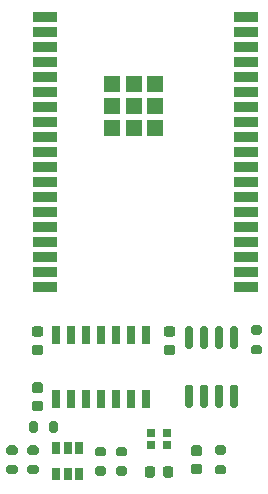
<source format=gbr>
%TF.GenerationSoftware,KiCad,Pcbnew,(5.1.10)-1*%
%TF.CreationDate,2021-07-24T14:48:27+02:00*%
%TF.ProjectId,esp32,65737033-322e-46b6-9963-61645f706362,rev?*%
%TF.SameCoordinates,Original*%
%TF.FileFunction,Paste,Top*%
%TF.FilePolarity,Positive*%
%FSLAX46Y46*%
G04 Gerber Fmt 4.6, Leading zero omitted, Abs format (unit mm)*
G04 Created by KiCad (PCBNEW (5.1.10)-1) date 2021-07-24 14:48:27*
%MOMM*%
%LPD*%
G01*
G04 APERTURE LIST*
%ADD10R,2.000000X0.900000*%
%ADD11R,1.330000X1.330000*%
%ADD12R,0.650000X1.500000*%
%ADD13R,0.750000X0.700000*%
%ADD14R,0.650000X1.060000*%
G04 APERTURE END LIST*
%TO.C,C2*%
G36*
G01*
X98608000Y-103636000D02*
X98608000Y-104136000D01*
G75*
G02*
X98383000Y-104361000I-225000J0D01*
G01*
X97933000Y-104361000D01*
G75*
G02*
X97708000Y-104136000I0J225000D01*
G01*
X97708000Y-103636000D01*
G75*
G02*
X97933000Y-103411000I225000J0D01*
G01*
X98383000Y-103411000D01*
G75*
G02*
X98608000Y-103636000I0J-225000D01*
G01*
G37*
G36*
G01*
X100158000Y-103636000D02*
X100158000Y-104136000D01*
G75*
G02*
X99933000Y-104361000I-225000J0D01*
G01*
X99483000Y-104361000D01*
G75*
G02*
X99258000Y-104136000I0J225000D01*
G01*
X99258000Y-103636000D01*
G75*
G02*
X99483000Y-103411000I225000J0D01*
G01*
X99933000Y-103411000D01*
G75*
G02*
X100158000Y-103636000I0J-225000D01*
G01*
G37*
%TD*%
%TO.C,C3*%
G36*
G01*
X101858000Y-101645000D02*
X102358000Y-101645000D01*
G75*
G02*
X102583000Y-101870000I0J-225000D01*
G01*
X102583000Y-102320000D01*
G75*
G02*
X102358000Y-102545000I-225000J0D01*
G01*
X101858000Y-102545000D01*
G75*
G02*
X101633000Y-102320000I0J225000D01*
G01*
X101633000Y-101870000D01*
G75*
G02*
X101858000Y-101645000I225000J0D01*
G01*
G37*
G36*
G01*
X101858000Y-103195000D02*
X102358000Y-103195000D01*
G75*
G02*
X102583000Y-103420000I0J-225000D01*
G01*
X102583000Y-103870000D01*
G75*
G02*
X102358000Y-104095000I-225000J0D01*
G01*
X101858000Y-104095000D01*
G75*
G02*
X101633000Y-103870000I0J225000D01*
G01*
X101633000Y-103420000D01*
G75*
G02*
X101858000Y-103195000I225000J0D01*
G01*
G37*
%TD*%
%TO.C,R1*%
G36*
G01*
X94255000Y-102572000D02*
X93705000Y-102572000D01*
G75*
G02*
X93505000Y-102372000I0J200000D01*
G01*
X93505000Y-101972000D01*
G75*
G02*
X93705000Y-101772000I200000J0D01*
G01*
X94255000Y-101772000D01*
G75*
G02*
X94455000Y-101972000I0J-200000D01*
G01*
X94455000Y-102372000D01*
G75*
G02*
X94255000Y-102572000I-200000J0D01*
G01*
G37*
G36*
G01*
X94255000Y-104222000D02*
X93705000Y-104222000D01*
G75*
G02*
X93505000Y-104022000I0J200000D01*
G01*
X93505000Y-103622000D01*
G75*
G02*
X93705000Y-103422000I200000J0D01*
G01*
X94255000Y-103422000D01*
G75*
G02*
X94455000Y-103622000I0J-200000D01*
G01*
X94455000Y-104022000D01*
G75*
G02*
X94255000Y-104222000I-200000J0D01*
G01*
G37*
%TD*%
%TO.C,R2*%
G36*
G01*
X88540000Y-104095000D02*
X87990000Y-104095000D01*
G75*
G02*
X87790000Y-103895000I0J200000D01*
G01*
X87790000Y-103495000D01*
G75*
G02*
X87990000Y-103295000I200000J0D01*
G01*
X88540000Y-103295000D01*
G75*
G02*
X88740000Y-103495000I0J-200000D01*
G01*
X88740000Y-103895000D01*
G75*
G02*
X88540000Y-104095000I-200000J0D01*
G01*
G37*
G36*
G01*
X88540000Y-102445000D02*
X87990000Y-102445000D01*
G75*
G02*
X87790000Y-102245000I0J200000D01*
G01*
X87790000Y-101845000D01*
G75*
G02*
X87990000Y-101645000I200000J0D01*
G01*
X88540000Y-101645000D01*
G75*
G02*
X88740000Y-101845000I0J-200000D01*
G01*
X88740000Y-102245000D01*
G75*
G02*
X88540000Y-102445000I-200000J0D01*
G01*
G37*
%TD*%
%TO.C,R3*%
G36*
G01*
X86212000Y-101645000D02*
X86762000Y-101645000D01*
G75*
G02*
X86962000Y-101845000I0J-200000D01*
G01*
X86962000Y-102245000D01*
G75*
G02*
X86762000Y-102445000I-200000J0D01*
G01*
X86212000Y-102445000D01*
G75*
G02*
X86012000Y-102245000I0J200000D01*
G01*
X86012000Y-101845000D01*
G75*
G02*
X86212000Y-101645000I200000J0D01*
G01*
G37*
G36*
G01*
X86212000Y-103295000D02*
X86762000Y-103295000D01*
G75*
G02*
X86962000Y-103495000I0J-200000D01*
G01*
X86962000Y-103895000D01*
G75*
G02*
X86762000Y-104095000I-200000J0D01*
G01*
X86212000Y-104095000D01*
G75*
G02*
X86012000Y-103895000I0J200000D01*
G01*
X86012000Y-103495000D01*
G75*
G02*
X86212000Y-103295000I200000J0D01*
G01*
G37*
%TD*%
%TO.C,R4*%
G36*
G01*
X95483000Y-103422000D02*
X96033000Y-103422000D01*
G75*
G02*
X96233000Y-103622000I0J-200000D01*
G01*
X96233000Y-104022000D01*
G75*
G02*
X96033000Y-104222000I-200000J0D01*
G01*
X95483000Y-104222000D01*
G75*
G02*
X95283000Y-104022000I0J200000D01*
G01*
X95283000Y-103622000D01*
G75*
G02*
X95483000Y-103422000I200000J0D01*
G01*
G37*
G36*
G01*
X95483000Y-101772000D02*
X96033000Y-101772000D01*
G75*
G02*
X96233000Y-101972000I0J-200000D01*
G01*
X96233000Y-102372000D01*
G75*
G02*
X96033000Y-102572000I-200000J0D01*
G01*
X95483000Y-102572000D01*
G75*
G02*
X95283000Y-102372000I0J200000D01*
G01*
X95283000Y-101972000D01*
G75*
G02*
X95483000Y-101772000I200000J0D01*
G01*
G37*
%TD*%
%TO.C,R5*%
G36*
G01*
X107463000Y-93935000D02*
X106913000Y-93935000D01*
G75*
G02*
X106713000Y-93735000I0J200000D01*
G01*
X106713000Y-93335000D01*
G75*
G02*
X106913000Y-93135000I200000J0D01*
G01*
X107463000Y-93135000D01*
G75*
G02*
X107663000Y-93335000I0J-200000D01*
G01*
X107663000Y-93735000D01*
G75*
G02*
X107463000Y-93935000I-200000J0D01*
G01*
G37*
G36*
G01*
X107463000Y-92285000D02*
X106913000Y-92285000D01*
G75*
G02*
X106713000Y-92085000I0J200000D01*
G01*
X106713000Y-91685000D01*
G75*
G02*
X106913000Y-91485000I200000J0D01*
G01*
X107463000Y-91485000D01*
G75*
G02*
X107663000Y-91685000I0J-200000D01*
G01*
X107663000Y-92085000D01*
G75*
G02*
X107463000Y-92285000I-200000J0D01*
G01*
G37*
%TD*%
%TO.C,U2*%
G36*
G01*
X105133000Y-91546000D02*
X105433000Y-91546000D01*
G75*
G02*
X105583000Y-91696000I0J-150000D01*
G01*
X105583000Y-93346000D01*
G75*
G02*
X105433000Y-93496000I-150000J0D01*
G01*
X105133000Y-93496000D01*
G75*
G02*
X104983000Y-93346000I0J150000D01*
G01*
X104983000Y-91696000D01*
G75*
G02*
X105133000Y-91546000I150000J0D01*
G01*
G37*
G36*
G01*
X103863000Y-91546000D02*
X104163000Y-91546000D01*
G75*
G02*
X104313000Y-91696000I0J-150000D01*
G01*
X104313000Y-93346000D01*
G75*
G02*
X104163000Y-93496000I-150000J0D01*
G01*
X103863000Y-93496000D01*
G75*
G02*
X103713000Y-93346000I0J150000D01*
G01*
X103713000Y-91696000D01*
G75*
G02*
X103863000Y-91546000I150000J0D01*
G01*
G37*
G36*
G01*
X102593000Y-91546000D02*
X102893000Y-91546000D01*
G75*
G02*
X103043000Y-91696000I0J-150000D01*
G01*
X103043000Y-93346000D01*
G75*
G02*
X102893000Y-93496000I-150000J0D01*
G01*
X102593000Y-93496000D01*
G75*
G02*
X102443000Y-93346000I0J150000D01*
G01*
X102443000Y-91696000D01*
G75*
G02*
X102593000Y-91546000I150000J0D01*
G01*
G37*
G36*
G01*
X101323000Y-91546000D02*
X101623000Y-91546000D01*
G75*
G02*
X101773000Y-91696000I0J-150000D01*
G01*
X101773000Y-93346000D01*
G75*
G02*
X101623000Y-93496000I-150000J0D01*
G01*
X101323000Y-93496000D01*
G75*
G02*
X101173000Y-93346000I0J150000D01*
G01*
X101173000Y-91696000D01*
G75*
G02*
X101323000Y-91546000I150000J0D01*
G01*
G37*
G36*
G01*
X101323000Y-96496000D02*
X101623000Y-96496000D01*
G75*
G02*
X101773000Y-96646000I0J-150000D01*
G01*
X101773000Y-98296000D01*
G75*
G02*
X101623000Y-98446000I-150000J0D01*
G01*
X101323000Y-98446000D01*
G75*
G02*
X101173000Y-98296000I0J150000D01*
G01*
X101173000Y-96646000D01*
G75*
G02*
X101323000Y-96496000I150000J0D01*
G01*
G37*
G36*
G01*
X102593000Y-96496000D02*
X102893000Y-96496000D01*
G75*
G02*
X103043000Y-96646000I0J-150000D01*
G01*
X103043000Y-98296000D01*
G75*
G02*
X102893000Y-98446000I-150000J0D01*
G01*
X102593000Y-98446000D01*
G75*
G02*
X102443000Y-98296000I0J150000D01*
G01*
X102443000Y-96646000D01*
G75*
G02*
X102593000Y-96496000I150000J0D01*
G01*
G37*
G36*
G01*
X103863000Y-96496000D02*
X104163000Y-96496000D01*
G75*
G02*
X104313000Y-96646000I0J-150000D01*
G01*
X104313000Y-98296000D01*
G75*
G02*
X104163000Y-98446000I-150000J0D01*
G01*
X103863000Y-98446000D01*
G75*
G02*
X103713000Y-98296000I0J150000D01*
G01*
X103713000Y-96646000D01*
G75*
G02*
X103863000Y-96496000I150000J0D01*
G01*
G37*
G36*
G01*
X105133000Y-96496000D02*
X105433000Y-96496000D01*
G75*
G02*
X105583000Y-96646000I0J-150000D01*
G01*
X105583000Y-98296000D01*
G75*
G02*
X105433000Y-98446000I-150000J0D01*
G01*
X105133000Y-98446000D01*
G75*
G02*
X104983000Y-98296000I0J150000D01*
G01*
X104983000Y-96646000D01*
G75*
G02*
X105133000Y-96496000I150000J0D01*
G01*
G37*
%TD*%
D10*
%TO.C,IC1*%
X89290000Y-65400000D03*
X89290000Y-66670000D03*
X89290000Y-67940000D03*
X89290000Y-69210000D03*
X89290000Y-70480000D03*
X89290000Y-71750000D03*
X89290000Y-73020000D03*
X89290000Y-74290000D03*
X89290000Y-75560000D03*
X89290000Y-76830000D03*
X89290000Y-78100000D03*
X89290000Y-79370000D03*
X89290000Y-80640000D03*
X89290000Y-81910000D03*
X89290000Y-83180000D03*
X89290000Y-84450000D03*
X89290000Y-85720000D03*
X89290000Y-86990000D03*
X89290000Y-88260000D03*
X106290000Y-88260000D03*
X106290000Y-86990000D03*
X106290000Y-85720000D03*
X106290000Y-84450000D03*
X106290000Y-83180000D03*
X106290000Y-81910000D03*
X106290000Y-80640000D03*
X106290000Y-79370000D03*
X106290000Y-78100000D03*
X106290000Y-76830000D03*
X106290000Y-75560000D03*
X106290000Y-74290000D03*
X106290000Y-73020000D03*
X106290000Y-71750000D03*
X106290000Y-70480000D03*
X106290000Y-69210000D03*
X106290000Y-67940000D03*
X106290000Y-66670000D03*
X106290000Y-65400000D03*
D11*
X96790000Y-72900000D03*
X94955000Y-71065000D03*
X94955000Y-72900000D03*
X94955000Y-74735000D03*
X96790000Y-74735000D03*
X98625000Y-74735000D03*
X98625000Y-72900000D03*
X98625000Y-71065000D03*
X96790000Y-71065000D03*
%TD*%
%TO.C,C4*%
G36*
G01*
X99572000Y-93101000D02*
X100072000Y-93101000D01*
G75*
G02*
X100297000Y-93326000I0J-225000D01*
G01*
X100297000Y-93776000D01*
G75*
G02*
X100072000Y-94001000I-225000J0D01*
G01*
X99572000Y-94001000D01*
G75*
G02*
X99347000Y-93776000I0J225000D01*
G01*
X99347000Y-93326000D01*
G75*
G02*
X99572000Y-93101000I225000J0D01*
G01*
G37*
G36*
G01*
X99572000Y-91551000D02*
X100072000Y-91551000D01*
G75*
G02*
X100297000Y-91776000I0J-225000D01*
G01*
X100297000Y-92226000D01*
G75*
G02*
X100072000Y-92451000I-225000J0D01*
G01*
X99572000Y-92451000D01*
G75*
G02*
X99347000Y-92226000I0J225000D01*
G01*
X99347000Y-91776000D01*
G75*
G02*
X99572000Y-91551000I225000J0D01*
G01*
G37*
%TD*%
%TO.C,C5*%
G36*
G01*
X88396000Y-91551000D02*
X88896000Y-91551000D01*
G75*
G02*
X89121000Y-91776000I0J-225000D01*
G01*
X89121000Y-92226000D01*
G75*
G02*
X88896000Y-92451000I-225000J0D01*
G01*
X88396000Y-92451000D01*
G75*
G02*
X88171000Y-92226000I0J225000D01*
G01*
X88171000Y-91776000D01*
G75*
G02*
X88396000Y-91551000I225000J0D01*
G01*
G37*
G36*
G01*
X88396000Y-93101000D02*
X88896000Y-93101000D01*
G75*
G02*
X89121000Y-93326000I0J-225000D01*
G01*
X89121000Y-93776000D01*
G75*
G02*
X88896000Y-94001000I-225000J0D01*
G01*
X88396000Y-94001000D01*
G75*
G02*
X88171000Y-93776000I0J225000D01*
G01*
X88171000Y-93326000D01*
G75*
G02*
X88396000Y-93101000I225000J0D01*
G01*
G37*
%TD*%
%TO.C,C6*%
G36*
G01*
X88896000Y-98761000D02*
X88396000Y-98761000D01*
G75*
G02*
X88171000Y-98536000I0J225000D01*
G01*
X88171000Y-98086000D01*
G75*
G02*
X88396000Y-97861000I225000J0D01*
G01*
X88896000Y-97861000D01*
G75*
G02*
X89121000Y-98086000I0J-225000D01*
G01*
X89121000Y-98536000D01*
G75*
G02*
X88896000Y-98761000I-225000J0D01*
G01*
G37*
G36*
G01*
X88896000Y-97211000D02*
X88396000Y-97211000D01*
G75*
G02*
X88171000Y-96986000I0J225000D01*
G01*
X88171000Y-96536000D01*
G75*
G02*
X88396000Y-96311000I225000J0D01*
G01*
X88896000Y-96311000D01*
G75*
G02*
X89121000Y-96536000I0J-225000D01*
G01*
X89121000Y-96986000D01*
G75*
G02*
X88896000Y-97211000I-225000J0D01*
G01*
G37*
%TD*%
%TO.C,R7*%
G36*
G01*
X90379000Y-99801000D02*
X90379000Y-100351000D01*
G75*
G02*
X90179000Y-100551000I-200000J0D01*
G01*
X89779000Y-100551000D01*
G75*
G02*
X89579000Y-100351000I0J200000D01*
G01*
X89579000Y-99801000D01*
G75*
G02*
X89779000Y-99601000I200000J0D01*
G01*
X90179000Y-99601000D01*
G75*
G02*
X90379000Y-99801000I0J-200000D01*
G01*
G37*
G36*
G01*
X88729000Y-99801000D02*
X88729000Y-100351000D01*
G75*
G02*
X88529000Y-100551000I-200000J0D01*
G01*
X88129000Y-100551000D01*
G75*
G02*
X87929000Y-100351000I0J200000D01*
G01*
X87929000Y-99801000D01*
G75*
G02*
X88129000Y-99601000I200000J0D01*
G01*
X88529000Y-99601000D01*
G75*
G02*
X88729000Y-99801000I0J-200000D01*
G01*
G37*
%TD*%
%TO.C,R6*%
G36*
G01*
X104415000Y-104095000D02*
X103865000Y-104095000D01*
G75*
G02*
X103665000Y-103895000I0J200000D01*
G01*
X103665000Y-103495000D01*
G75*
G02*
X103865000Y-103295000I200000J0D01*
G01*
X104415000Y-103295000D01*
G75*
G02*
X104615000Y-103495000I0J-200000D01*
G01*
X104615000Y-103895000D01*
G75*
G02*
X104415000Y-104095000I-200000J0D01*
G01*
G37*
G36*
G01*
X104415000Y-102445000D02*
X103865000Y-102445000D01*
G75*
G02*
X103665000Y-102245000I0J200000D01*
G01*
X103665000Y-101845000D01*
G75*
G02*
X103865000Y-101645000I200000J0D01*
G01*
X104415000Y-101645000D01*
G75*
G02*
X104615000Y-101845000I0J-200000D01*
G01*
X104615000Y-102245000D01*
G75*
G02*
X104415000Y-102445000I-200000J0D01*
G01*
G37*
%TD*%
D12*
%TO.C,U1*%
X90170000Y-97696000D03*
X91440000Y-97696000D03*
X92710000Y-97696000D03*
X93980000Y-97696000D03*
X95250000Y-97696000D03*
X96520000Y-97696000D03*
X97790000Y-97696000D03*
X97790000Y-92296000D03*
X96520000Y-92296000D03*
X95250000Y-92296000D03*
X93980000Y-92296000D03*
X92710000Y-92296000D03*
X91440000Y-92296000D03*
X90170000Y-92296000D03*
%TD*%
D13*
%TO.C,Y1*%
X99608000Y-100592000D03*
X98258000Y-100592000D03*
X98258000Y-101592000D03*
X99608000Y-101592000D03*
%TD*%
D14*
%TO.C,U3*%
X90236000Y-104097000D03*
X91186000Y-104097000D03*
X92136000Y-104097000D03*
X92136000Y-101897000D03*
X90236000Y-101897000D03*
X91186000Y-101897000D03*
%TD*%
M02*

</source>
